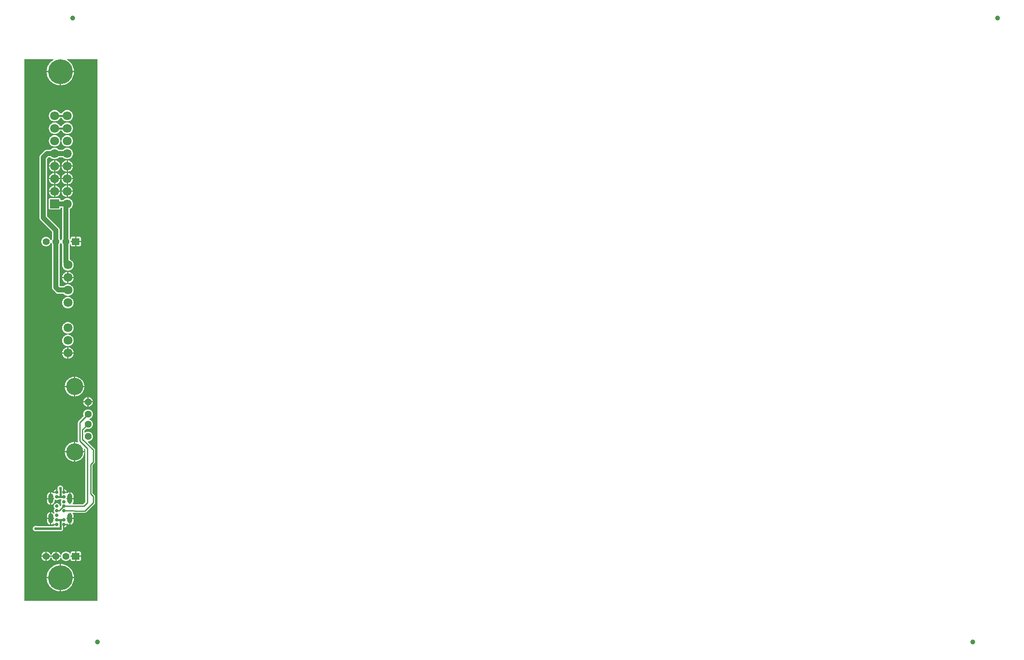
<source format=gbl>
G04 Layer: BottomLayer*
G04 Panelize: Stamp Hole, Column: 10, Row: 1, Board Size: 15.24mm x 109.86mm, Panelized Board Size: 206.4mm x 109.86mm*
G04 EasyEDA v6.5.34, 2023-08-21 18:11:39*
G04 2c7568c33adc46e786736174184ee4b8,5a6b42c53f6a479593ecc07194224c93,10*
G04 Gerber Generator version 0.2*
G04 Scale: 100 percent, Rotated: No, Reflected: No *
G04 Dimensions in millimeters *
G04 leading zeros omitted , absolute positions ,4 integer and 5 decimal *
%FSLAX45Y45*%
%MOMM*%

%AMMACRO1*21,1,$1,$2,0,0,$3*%
%ADD10C,0.3860*%
%ADD11C,0.2540*%
%ADD12C,1.0000*%
%ADD13C,0.5000*%
%ADD14MACRO1,1.8X1.8X90.0000*%
%ADD15C,1.8000*%
%ADD16C,1.4310*%
%ADD17C,3.4501*%
%ADD18C,1.4000*%
%ADD19R,1.5240X1.4000*%
%ADD20O,0.6999986X0.6999986*%
%ADD21O,0.9999979999999999X1.9999959999999999*%
%ADD22C,5.0000*%
%ADD23C,0.6096*%
%ADD24C,0.0190*%

%LPD*%
G36*
X-217932Y-4419092D02*
G01*
X-221843Y-4418330D01*
X-225094Y-4416094D01*
X-227329Y-4412843D01*
X-228092Y-4408932D01*
X-228092Y6504431D01*
X-227329Y6508343D01*
X-225094Y6511594D01*
X-221843Y6513830D01*
X-217932Y6514592D01*
X345490Y6514592D01*
X349707Y6513677D01*
X353161Y6511086D01*
X355244Y6507276D01*
X355549Y6502958D01*
X353974Y6498894D01*
X350926Y6495846D01*
X337820Y6487566D01*
X319430Y6473596D01*
X302260Y6458102D01*
X286461Y6441287D01*
X272084Y6423152D01*
X259283Y6403898D01*
X248158Y6383680D01*
X238760Y6362547D01*
X231190Y6340754D01*
X225450Y6318351D01*
X221589Y6295593D01*
X219760Y6273698D01*
X482600Y6273698D01*
X482600Y6504431D01*
X483362Y6508343D01*
X485597Y6511594D01*
X488848Y6513830D01*
X492759Y6514592D01*
X497840Y6514592D01*
X501751Y6513830D01*
X505002Y6511594D01*
X507238Y6508343D01*
X508000Y6504431D01*
X508000Y6273698D01*
X770686Y6273698D01*
X770229Y6284061D01*
X767334Y6307023D01*
X762508Y6329629D01*
X755853Y6351727D01*
X747369Y6373215D01*
X737057Y6393891D01*
X725119Y6413703D01*
X711504Y6432346D01*
X696417Y6449872D01*
X679907Y6466027D01*
X662127Y6480759D01*
X643128Y6493967D01*
X640232Y6495643D01*
X636981Y6498590D01*
X635304Y6502654D01*
X635457Y6507073D01*
X637489Y6510985D01*
X640994Y6513626D01*
X645312Y6514592D01*
X1233932Y6514592D01*
X1237843Y6513830D01*
X1241094Y6511594D01*
X1243330Y6508343D01*
X1244092Y6504431D01*
X1244092Y-4408932D01*
X1243330Y-4412843D01*
X1241094Y-4416094D01*
X1237843Y-4418330D01*
X1233932Y-4419092D01*
G37*

%LPC*%
G36*
X635000Y469239D02*
G01*
X635000Y571500D01*
X532587Y571500D01*
X532739Y569671D01*
X535432Y555396D01*
X539953Y541528D01*
X546150Y528370D01*
X553923Y516077D01*
X563219Y504850D01*
X573836Y494893D01*
X585622Y486359D01*
X598373Y479348D01*
X611886Y473964D01*
X626008Y470357D01*
G37*
G36*
X482600Y-4225086D02*
G01*
X482600Y-3962400D01*
X219760Y-3962400D01*
X221589Y-3984294D01*
X225450Y-4007053D01*
X231190Y-4029456D01*
X238760Y-4051249D01*
X248158Y-4072382D01*
X259283Y-4092600D01*
X272084Y-4111853D01*
X286461Y-4129989D01*
X302260Y-4146804D01*
X319430Y-4162298D01*
X337820Y-4176268D01*
X357327Y-4188612D01*
X377850Y-4199331D01*
X399135Y-4208272D01*
X421081Y-4215434D01*
X443585Y-4220718D01*
X466445Y-4224070D01*
G37*
G36*
X508000Y-3937000D02*
G01*
X770686Y-3937000D01*
X770229Y-3926636D01*
X767334Y-3903675D01*
X762508Y-3881069D01*
X755853Y-3858971D01*
X747369Y-3837482D01*
X737057Y-3816807D01*
X725119Y-3796995D01*
X711504Y-3778351D01*
X696417Y-3760825D01*
X679907Y-3744671D01*
X662127Y-3729939D01*
X643128Y-3716731D01*
X623112Y-3705199D01*
X602234Y-3695344D01*
X580542Y-3687318D01*
X558292Y-3681069D01*
X535584Y-3676751D01*
X512622Y-3674364D01*
X508000Y-3674262D01*
G37*
G36*
X219760Y-3937000D02*
G01*
X482600Y-3937000D01*
X482600Y-3674313D01*
X466445Y-3675329D01*
X443585Y-3678682D01*
X421081Y-3683965D01*
X399135Y-3691128D01*
X377850Y-3700068D01*
X357327Y-3710787D01*
X337820Y-3723132D01*
X319430Y-3737101D01*
X302260Y-3752596D01*
X286461Y-3769410D01*
X272084Y-3787546D01*
X259283Y-3806799D01*
X248158Y-3827018D01*
X238760Y-3848150D01*
X231190Y-3869944D01*
X225450Y-3892346D01*
X221589Y-3915105D01*
G37*
G36*
X820674Y-3613810D02*
G01*
X883615Y-3613810D01*
X889965Y-3613099D01*
X895400Y-3611168D01*
X900328Y-3608120D01*
X904392Y-3604006D01*
X907491Y-3599129D01*
X909370Y-3593642D01*
X910132Y-3587343D01*
X910132Y-3530600D01*
X820674Y-3530600D01*
G37*
G36*
X732383Y-3613810D02*
G01*
X795274Y-3613810D01*
X795274Y-3530600D01*
X713892Y-3530600D01*
X709980Y-3529837D01*
X706729Y-3527602D01*
X704494Y-3524300D01*
X703732Y-3520440D01*
X703732Y-3515360D01*
X704494Y-3511448D01*
X706729Y-3508146D01*
X709980Y-3505962D01*
X713892Y-3505200D01*
X795274Y-3505200D01*
X795274Y-3421989D01*
X732383Y-3421989D01*
X726033Y-3422700D01*
X720598Y-3424631D01*
X715670Y-3427679D01*
X711606Y-3431794D01*
X708507Y-3436670D01*
X706628Y-3442157D01*
X705916Y-3448456D01*
X705916Y-3458667D01*
X705002Y-3462832D01*
X702513Y-3466236D01*
X698804Y-3468370D01*
X694588Y-3468776D01*
X690575Y-3467404D01*
X687425Y-3464560D01*
X682396Y-3457397D01*
X673455Y-3447796D01*
X663295Y-3439566D01*
X652119Y-3432759D01*
X640130Y-3427526D01*
X627532Y-3424021D01*
X614527Y-3422243D01*
X601472Y-3422243D01*
X588467Y-3424021D01*
X575868Y-3427526D01*
X563880Y-3432759D01*
X552704Y-3439566D01*
X542544Y-3447796D01*
X533603Y-3457397D01*
X526084Y-3468065D01*
X520039Y-3479698D01*
X517550Y-3486658D01*
X515416Y-3490214D01*
X512064Y-3492601D01*
X508000Y-3493414D01*
X503935Y-3492601D01*
X500583Y-3490214D01*
X498449Y-3486658D01*
X495960Y-3479698D01*
X489915Y-3468065D01*
X482396Y-3457397D01*
X473456Y-3447796D01*
X463296Y-3439566D01*
X452120Y-3432759D01*
X440131Y-3427526D01*
X427532Y-3424021D01*
X420725Y-3423056D01*
X420725Y-3505200D01*
X502107Y-3505200D01*
X506018Y-3505962D01*
X509270Y-3508146D01*
X511505Y-3511448D01*
X512267Y-3515360D01*
X512267Y-3520440D01*
X511505Y-3524300D01*
X509270Y-3527602D01*
X506018Y-3529837D01*
X502107Y-3530600D01*
X420725Y-3530600D01*
X420725Y-3612692D01*
X427532Y-3611778D01*
X440131Y-3608222D01*
X452120Y-3603040D01*
X463296Y-3596233D01*
X473456Y-3587953D01*
X482396Y-3578402D01*
X489915Y-3567734D01*
X495960Y-3556101D01*
X498449Y-3549091D01*
X500583Y-3545586D01*
X503935Y-3543198D01*
X508000Y-3542334D01*
X512064Y-3543198D01*
X515416Y-3545586D01*
X517550Y-3549091D01*
X520039Y-3556101D01*
X526084Y-3567734D01*
X533603Y-3578402D01*
X542544Y-3587953D01*
X552704Y-3596233D01*
X563880Y-3603040D01*
X575868Y-3608222D01*
X588467Y-3611778D01*
X601472Y-3613556D01*
X614527Y-3613556D01*
X627532Y-3611778D01*
X640130Y-3608222D01*
X652119Y-3603040D01*
X663295Y-3596233D01*
X673455Y-3587953D01*
X682396Y-3578402D01*
X687425Y-3571240D01*
X690575Y-3568344D01*
X694588Y-3567023D01*
X698804Y-3567429D01*
X702513Y-3569512D01*
X705002Y-3572967D01*
X705916Y-3577082D01*
X705916Y-3587343D01*
X706628Y-3593642D01*
X708507Y-3599129D01*
X711606Y-3604006D01*
X715670Y-3608120D01*
X720598Y-3611168D01*
X726033Y-3613099D01*
G37*
G36*
X482600Y5985611D02*
G01*
X482600Y6248298D01*
X219760Y6248298D01*
X221589Y6226403D01*
X225450Y6203645D01*
X231190Y6181242D01*
X238760Y6159449D01*
X248158Y6138316D01*
X259283Y6118098D01*
X272084Y6098844D01*
X286461Y6080709D01*
X302260Y6063894D01*
X319430Y6048400D01*
X337820Y6034430D01*
X357327Y6022086D01*
X377850Y6011367D01*
X399135Y6002426D01*
X421081Y5995263D01*
X443585Y5989980D01*
X466445Y5986627D01*
G37*
G36*
X195326Y-3612692D02*
G01*
X195326Y-3530600D01*
X112979Y-3530600D01*
X115671Y-3543757D01*
X120040Y-3556101D01*
X126085Y-3567734D01*
X133604Y-3578402D01*
X142544Y-3587953D01*
X152704Y-3596233D01*
X163880Y-3603040D01*
X175869Y-3608222D01*
X188468Y-3611778D01*
G37*
G36*
X220725Y-3612692D02*
G01*
X227533Y-3611778D01*
X240131Y-3608222D01*
X252120Y-3603040D01*
X263296Y-3596233D01*
X273456Y-3587953D01*
X282397Y-3578402D01*
X289915Y-3567734D01*
X295960Y-3556101D01*
X298450Y-3549091D01*
X300583Y-3545586D01*
X303936Y-3543198D01*
X308000Y-3542334D01*
X312064Y-3543198D01*
X315417Y-3545586D01*
X317550Y-3549091D01*
X320040Y-3556101D01*
X326085Y-3567734D01*
X333603Y-3578402D01*
X342544Y-3587953D01*
X352704Y-3596233D01*
X363880Y-3603040D01*
X375869Y-3608222D01*
X388467Y-3611778D01*
X395325Y-3612692D01*
X395325Y-3530600D01*
X220725Y-3530600D01*
G37*
G36*
X508000Y5985560D02*
G01*
X512622Y5985662D01*
X535584Y5988050D01*
X558292Y5992368D01*
X580542Y5998616D01*
X602234Y6006642D01*
X623112Y6016498D01*
X643128Y6028029D01*
X662127Y6041237D01*
X679907Y6055969D01*
X696417Y6072124D01*
X711504Y6089599D01*
X725119Y6108293D01*
X737057Y6128105D01*
X747369Y6148781D01*
X755853Y6170269D01*
X762508Y6192367D01*
X767334Y6214973D01*
X770229Y6237935D01*
X770686Y6248298D01*
X508000Y6248298D01*
G37*
G36*
X381000Y5256123D02*
G01*
X395528Y5257038D01*
X409803Y5259730D01*
X423672Y5264251D01*
X436829Y5270449D01*
X449122Y5278221D01*
X460349Y5287518D01*
X470306Y5298135D01*
X478840Y5309920D01*
X485241Y5321503D01*
X487476Y5324297D01*
X490575Y5326176D01*
X494131Y5326786D01*
X521868Y5326786D01*
X525424Y5326176D01*
X528523Y5324297D01*
X530758Y5321503D01*
X537159Y5309920D01*
X545693Y5298135D01*
X555650Y5287518D01*
X566877Y5278221D01*
X579170Y5270449D01*
X592328Y5264251D01*
X606196Y5259730D01*
X620471Y5257038D01*
X635000Y5256123D01*
X649528Y5257038D01*
X663803Y5259730D01*
X677672Y5264251D01*
X690829Y5270449D01*
X703122Y5278221D01*
X714349Y5287518D01*
X724306Y5298135D01*
X732840Y5309920D01*
X739851Y5322671D01*
X745236Y5336184D01*
X748842Y5350306D01*
X750671Y5364734D01*
X750671Y5379262D01*
X748842Y5393690D01*
X745236Y5407812D01*
X739851Y5421325D01*
X732840Y5434076D01*
X724306Y5445861D01*
X714349Y5456478D01*
X703122Y5465775D01*
X690829Y5473547D01*
X677672Y5479745D01*
X663803Y5484266D01*
X649528Y5486958D01*
X635000Y5487873D01*
X620471Y5486958D01*
X606196Y5484266D01*
X592328Y5479745D01*
X579170Y5473547D01*
X566877Y5465775D01*
X555650Y5456478D01*
X545693Y5445861D01*
X537159Y5434076D01*
X530758Y5422493D01*
X528523Y5419699D01*
X525424Y5417820D01*
X521868Y5417210D01*
X494131Y5417210D01*
X490575Y5417820D01*
X487476Y5419699D01*
X485241Y5422493D01*
X478840Y5434076D01*
X470306Y5445861D01*
X460349Y5456478D01*
X449122Y5465775D01*
X436829Y5473547D01*
X423672Y5479745D01*
X409803Y5484266D01*
X395528Y5486958D01*
X381000Y5487873D01*
X366471Y5486958D01*
X352196Y5484266D01*
X338328Y5479745D01*
X325170Y5473547D01*
X312877Y5465775D01*
X301650Y5456478D01*
X291693Y5445861D01*
X283159Y5434076D01*
X276148Y5421325D01*
X270764Y5407812D01*
X267157Y5393690D01*
X265328Y5379262D01*
X265328Y5364734D01*
X267157Y5350306D01*
X270764Y5336184D01*
X276148Y5322671D01*
X283159Y5309920D01*
X291693Y5298135D01*
X301650Y5287518D01*
X312877Y5278221D01*
X325170Y5270449D01*
X338328Y5264251D01*
X352196Y5259730D01*
X366471Y5257038D01*
G37*
G36*
X112979Y-3505200D02*
G01*
X195326Y-3505200D01*
X195326Y-3423056D01*
X188468Y-3424021D01*
X175869Y-3427526D01*
X163880Y-3432759D01*
X152704Y-3439566D01*
X142544Y-3447796D01*
X133604Y-3457397D01*
X126085Y-3468065D01*
X120040Y-3479698D01*
X115671Y-3492042D01*
G37*
G36*
X820674Y-3505200D02*
G01*
X910132Y-3505200D01*
X910132Y-3448456D01*
X909370Y-3442157D01*
X907491Y-3436670D01*
X904392Y-3431794D01*
X900328Y-3427679D01*
X895400Y-3424631D01*
X889965Y-3422700D01*
X883615Y-3421989D01*
X820674Y-3421989D01*
G37*
G36*
X220725Y-3505200D02*
G01*
X395325Y-3505200D01*
X395325Y-3423056D01*
X388467Y-3424021D01*
X375869Y-3427526D01*
X363880Y-3432759D01*
X352704Y-3439566D01*
X342544Y-3447796D01*
X333603Y-3457397D01*
X326085Y-3468065D01*
X320040Y-3479698D01*
X317550Y-3486658D01*
X315417Y-3490214D01*
X312064Y-3492601D01*
X308000Y-3493414D01*
X303936Y-3492601D01*
X300583Y-3490214D01*
X298450Y-3486658D01*
X295960Y-3479698D01*
X289915Y-3468065D01*
X282397Y-3457397D01*
X273456Y-3447796D01*
X263296Y-3439566D01*
X252120Y-3432759D01*
X240131Y-3427526D01*
X227533Y-3424021D01*
X220725Y-3423056D01*
G37*
G36*
X381000Y5002123D02*
G01*
X395528Y5003038D01*
X409803Y5005730D01*
X423672Y5010251D01*
X436829Y5016449D01*
X449122Y5024221D01*
X460349Y5033518D01*
X470306Y5044135D01*
X478840Y5055920D01*
X485241Y5067503D01*
X487476Y5070297D01*
X490575Y5072176D01*
X494131Y5072786D01*
X521868Y5072786D01*
X525424Y5072176D01*
X528523Y5070297D01*
X530758Y5067503D01*
X537159Y5055920D01*
X545693Y5044135D01*
X555650Y5033518D01*
X566877Y5024221D01*
X579170Y5016449D01*
X592328Y5010251D01*
X606196Y5005730D01*
X620471Y5003038D01*
X635000Y5002123D01*
X649528Y5003038D01*
X663803Y5005730D01*
X677672Y5010251D01*
X690829Y5016449D01*
X703122Y5024221D01*
X714349Y5033518D01*
X724306Y5044135D01*
X732840Y5055920D01*
X739851Y5068671D01*
X745236Y5082184D01*
X748842Y5096306D01*
X750671Y5110734D01*
X750671Y5125262D01*
X748842Y5139690D01*
X745236Y5153812D01*
X739851Y5167325D01*
X732840Y5180076D01*
X724306Y5191861D01*
X714349Y5202478D01*
X703122Y5211775D01*
X690829Y5219547D01*
X677672Y5225745D01*
X663803Y5230266D01*
X649528Y5232958D01*
X635000Y5233873D01*
X620471Y5232958D01*
X606196Y5230266D01*
X592328Y5225745D01*
X579170Y5219547D01*
X566877Y5211775D01*
X555650Y5202478D01*
X545693Y5191861D01*
X537159Y5180076D01*
X530758Y5168493D01*
X528523Y5165699D01*
X525424Y5163820D01*
X521868Y5163210D01*
X494131Y5163210D01*
X490575Y5163820D01*
X487476Y5165699D01*
X485241Y5168493D01*
X478840Y5180076D01*
X470306Y5191861D01*
X460349Y5202478D01*
X449122Y5211775D01*
X436829Y5219547D01*
X423672Y5225745D01*
X409803Y5230266D01*
X395528Y5232958D01*
X381000Y5233873D01*
X366471Y5232958D01*
X352196Y5230266D01*
X338328Y5225745D01*
X325170Y5219547D01*
X312877Y5211775D01*
X301650Y5202478D01*
X291693Y5191861D01*
X283159Y5180076D01*
X276148Y5167325D01*
X270764Y5153812D01*
X267157Y5139690D01*
X265328Y5125262D01*
X265328Y5110734D01*
X267157Y5096306D01*
X270764Y5082184D01*
X276148Y5068671D01*
X283159Y5055920D01*
X291693Y5044135D01*
X301650Y5033518D01*
X312877Y5024221D01*
X325170Y5016449D01*
X338328Y5010251D01*
X352196Y5005730D01*
X366471Y5003038D01*
G37*
G36*
X381000Y4748123D02*
G01*
X395528Y4749038D01*
X409803Y4751730D01*
X423672Y4756251D01*
X436829Y4762449D01*
X449122Y4770221D01*
X460349Y4779518D01*
X470306Y4790135D01*
X478840Y4801920D01*
X485851Y4814671D01*
X491235Y4828184D01*
X494842Y4842306D01*
X496671Y4856734D01*
X496671Y4871262D01*
X494842Y4885690D01*
X491235Y4899812D01*
X485851Y4913325D01*
X478840Y4926076D01*
X470306Y4937861D01*
X460349Y4948478D01*
X449122Y4957775D01*
X436829Y4965547D01*
X423672Y4971745D01*
X409803Y4976266D01*
X395528Y4978958D01*
X381000Y4979873D01*
X366471Y4978958D01*
X352196Y4976266D01*
X338328Y4971745D01*
X325170Y4965547D01*
X312877Y4957775D01*
X301650Y4948478D01*
X291693Y4937861D01*
X283159Y4926076D01*
X276148Y4913325D01*
X270764Y4899812D01*
X267157Y4885690D01*
X265328Y4871262D01*
X265328Y4856734D01*
X267157Y4842306D01*
X270764Y4828184D01*
X276148Y4814671D01*
X283159Y4801920D01*
X291693Y4790135D01*
X301650Y4779518D01*
X312877Y4770221D01*
X325170Y4762449D01*
X338328Y4756251D01*
X352196Y4751730D01*
X366471Y4749038D01*
G37*
G36*
X635000Y4748123D02*
G01*
X649528Y4749038D01*
X663803Y4751730D01*
X677672Y4756251D01*
X690829Y4762449D01*
X703122Y4770221D01*
X714349Y4779518D01*
X724306Y4790135D01*
X732840Y4801920D01*
X739851Y4814671D01*
X745236Y4828184D01*
X748842Y4842306D01*
X750671Y4856734D01*
X750671Y4871262D01*
X748842Y4885690D01*
X745236Y4899812D01*
X739851Y4913325D01*
X732840Y4926076D01*
X724306Y4937861D01*
X714349Y4948478D01*
X703122Y4957775D01*
X690829Y4965547D01*
X677672Y4971745D01*
X663803Y4976266D01*
X649528Y4978958D01*
X635000Y4979873D01*
X620471Y4978958D01*
X606196Y4976266D01*
X592328Y4971745D01*
X579170Y4965547D01*
X566877Y4957775D01*
X555650Y4948478D01*
X545693Y4937861D01*
X537159Y4926076D01*
X530148Y4913325D01*
X524764Y4899812D01*
X521157Y4885690D01*
X519328Y4871262D01*
X519328Y4856734D01*
X521157Y4842306D01*
X524764Y4828184D01*
X530148Y4814671D01*
X537159Y4801920D01*
X545693Y4790135D01*
X555650Y4779518D01*
X566877Y4770221D01*
X579170Y4762449D01*
X592328Y4756251D01*
X606196Y4751730D01*
X620471Y4749038D01*
G37*
G36*
X0Y-3015437D02*
G01*
X9804Y-3014573D01*
X19253Y-3012033D01*
X21590Y-3010966D01*
X25908Y-3010001D01*
X469392Y-3010001D01*
X473709Y-3010966D01*
X476046Y-3012033D01*
X485495Y-3014573D01*
X495300Y-3015437D01*
X505104Y-3014573D01*
X514553Y-3012033D01*
X523493Y-3007918D01*
X531520Y-3002280D01*
X538480Y-2995320D01*
X544118Y-2987294D01*
X548233Y-2978353D01*
X550773Y-2968904D01*
X551637Y-2959100D01*
X550773Y-2949295D01*
X551078Y-2945790D01*
X552602Y-2942590D01*
X552602Y-2890418D01*
X550672Y-2890418D01*
X546760Y-2889656D01*
X543509Y-2887421D01*
X541274Y-2884119D01*
X540512Y-2880258D01*
X540512Y-2875178D01*
X541274Y-2871266D01*
X543509Y-2867964D01*
X546760Y-2865780D01*
X550672Y-2865018D01*
X552602Y-2865018D01*
X552602Y-2853588D01*
X553364Y-2849676D01*
X555599Y-2846374D01*
X558850Y-2844190D01*
X562762Y-2843428D01*
X567842Y-2843428D01*
X571703Y-2844190D01*
X575005Y-2846374D01*
X577240Y-2849676D01*
X578002Y-2853588D01*
X578002Y-2865018D01*
X627684Y-2865018D01*
X630529Y-2862326D01*
X634187Y-2860903D01*
X638098Y-2860954D01*
X641705Y-2862529D01*
X650341Y-2868422D01*
X660552Y-2873349D01*
X671423Y-2876702D01*
X675589Y-2877312D01*
X675589Y-2765399D01*
X630732Y-2765399D01*
X627075Y-2764739D01*
X623925Y-2762758D01*
X621639Y-2759811D01*
X619150Y-2754731D01*
X618083Y-2750718D01*
X618693Y-2746705D01*
X620826Y-2743200D01*
X624179Y-2740863D01*
X628243Y-2739999D01*
X675589Y-2739999D01*
X675589Y-2648102D01*
X676402Y-2644140D01*
X678637Y-2640838D01*
X681990Y-2638653D01*
X685901Y-2637942D01*
X690981Y-2637993D01*
X694842Y-2638806D01*
X698093Y-2641041D01*
X700227Y-2644292D01*
X700989Y-2648153D01*
X700989Y-2739999D01*
X764184Y-2739999D01*
X764184Y-2703068D01*
X763320Y-2691384D01*
X760831Y-2680360D01*
X756666Y-2669794D01*
X750976Y-2659989D01*
X747318Y-2655366D01*
X745540Y-2652014D01*
X745134Y-2648254D01*
X746150Y-2644546D01*
X748436Y-2641549D01*
X751687Y-2639517D01*
X755396Y-2638856D01*
X989584Y-2642108D01*
X997610Y-2641396D01*
X1004874Y-2639314D01*
X1011529Y-2635859D01*
X1018286Y-2630424D01*
X1182624Y-2466035D01*
X1187754Y-2459837D01*
X1191310Y-2453132D01*
X1193495Y-2445918D01*
X1194308Y-2437892D01*
X1194308Y-2311908D01*
X1193495Y-2303881D01*
X1191310Y-2296668D01*
X1187754Y-2289962D01*
X1182624Y-2283764D01*
X1146505Y-2247595D01*
X1144270Y-2244293D01*
X1143508Y-2240381D01*
X1143508Y-1683918D01*
X1144270Y-1680006D01*
X1146505Y-1676704D01*
X1182624Y-1640535D01*
X1187754Y-1634337D01*
X1191310Y-1627632D01*
X1193495Y-1620418D01*
X1194308Y-1612392D01*
X1194308Y-1372108D01*
X1193495Y-1364081D01*
X1191310Y-1356868D01*
X1187754Y-1350162D01*
X1182624Y-1343964D01*
X1054760Y-1216050D01*
X1052626Y-1212900D01*
X1051814Y-1209090D01*
X1052423Y-1205331D01*
X1054455Y-1202029D01*
X1057554Y-1199743D01*
X1061262Y-1198727D01*
X1067358Y-1198321D01*
X1080363Y-1195628D01*
X1092911Y-1191158D01*
X1104747Y-1185062D01*
X1115568Y-1177391D01*
X1125321Y-1168298D01*
X1133703Y-1157986D01*
X1140612Y-1146606D01*
X1145895Y-1134414D01*
X1149502Y-1121613D01*
X1151331Y-1108456D01*
X1151331Y-1095146D01*
X1149502Y-1081989D01*
X1145895Y-1069187D01*
X1140612Y-1056995D01*
X1133703Y-1045616D01*
X1125321Y-1035303D01*
X1115568Y-1026210D01*
X1104747Y-1018540D01*
X1092911Y-1012444D01*
X1080363Y-1007973D01*
X1067358Y-1005281D01*
X1054100Y-1004366D01*
X1040841Y-1005281D01*
X1027836Y-1007973D01*
X1015288Y-1012444D01*
X1003452Y-1018540D01*
X994410Y-1024940D01*
X990346Y-1026617D01*
X985977Y-1026464D01*
X982065Y-1024432D01*
X979373Y-1020927D01*
X978408Y-1016660D01*
X978408Y-986434D01*
X979169Y-982522D01*
X981405Y-979220D01*
X1013815Y-946810D01*
X1016965Y-944676D01*
X1020622Y-943864D01*
X1024382Y-944422D01*
X1027836Y-945642D01*
X1040841Y-948334D01*
X1054100Y-949248D01*
X1067358Y-948334D01*
X1080363Y-945642D01*
X1092911Y-941171D01*
X1104747Y-935075D01*
X1115568Y-927404D01*
X1125321Y-918311D01*
X1133703Y-907999D01*
X1140612Y-896619D01*
X1145895Y-884428D01*
X1149502Y-871626D01*
X1151331Y-858469D01*
X1151331Y-845159D01*
X1149502Y-832002D01*
X1145895Y-819200D01*
X1140612Y-807008D01*
X1133703Y-795629D01*
X1125321Y-785317D01*
X1115568Y-776224D01*
X1104747Y-768553D01*
X1092911Y-762457D01*
X1089964Y-761390D01*
X1086408Y-759256D01*
X1084021Y-755853D01*
X1083208Y-751840D01*
X1084021Y-747776D01*
X1086408Y-744372D01*
X1089964Y-742238D01*
X1092911Y-741172D01*
X1104747Y-735076D01*
X1115568Y-727405D01*
X1125321Y-718312D01*
X1133703Y-707999D01*
X1140612Y-696620D01*
X1145895Y-684428D01*
X1149502Y-671626D01*
X1151331Y-658469D01*
X1151331Y-645160D01*
X1149502Y-632002D01*
X1145895Y-619201D01*
X1140612Y-607009D01*
X1133703Y-595630D01*
X1125321Y-585317D01*
X1115568Y-576224D01*
X1104747Y-568553D01*
X1092911Y-562457D01*
X1080363Y-557987D01*
X1067358Y-555294D01*
X1054100Y-554380D01*
X1040841Y-555294D01*
X1027836Y-557987D01*
X1015288Y-562457D01*
X1003452Y-568553D01*
X992632Y-576224D01*
X982878Y-585317D01*
X974496Y-595630D01*
X967587Y-607009D01*
X962304Y-619201D01*
X958697Y-632002D01*
X956868Y-645160D01*
X956868Y-658469D01*
X958697Y-671626D01*
X961694Y-682244D01*
X961999Y-685800D01*
X961136Y-689254D01*
X959103Y-692200D01*
X862076Y-789228D01*
X856945Y-795426D01*
X853389Y-802132D01*
X851204Y-809345D01*
X850392Y-817372D01*
X850392Y-1193292D01*
X851204Y-1201318D01*
X852627Y-1206093D01*
X852982Y-1210310D01*
X851560Y-1214323D01*
X848614Y-1217422D01*
X844702Y-1219047D01*
X840435Y-1218895D01*
X821791Y-1214221D01*
X802538Y-1211376D01*
X795832Y-1211021D01*
X795832Y-1396136D01*
X980897Y-1396136D01*
X980541Y-1389380D01*
X977696Y-1370126D01*
X975563Y-1361694D01*
X975461Y-1357325D01*
X977188Y-1353312D01*
X980440Y-1350365D01*
X984605Y-1349095D01*
X988923Y-1349654D01*
X992632Y-1352042D01*
X999794Y-1359204D01*
X1002030Y-1362506D01*
X1002792Y-1366418D01*
X1002792Y-2418181D01*
X1002030Y-2422093D01*
X999794Y-2425395D01*
X959053Y-2466136D01*
X955751Y-2468372D01*
X951839Y-2469134D01*
X753211Y-2469134D01*
X749503Y-2468422D01*
X746302Y-2466441D01*
X744067Y-2463393D01*
X743102Y-2459736D01*
X743508Y-2455976D01*
X745286Y-2452624D01*
X750976Y-2445461D01*
X756666Y-2435656D01*
X760831Y-2425090D01*
X763320Y-2414016D01*
X764184Y-2402332D01*
X764184Y-2365400D01*
X700989Y-2365400D01*
X700989Y-2458974D01*
X700227Y-2462885D01*
X698042Y-2466136D01*
X694740Y-2468372D01*
X690829Y-2469134D01*
X685749Y-2469134D01*
X681888Y-2468372D01*
X678586Y-2466136D01*
X676351Y-2462885D01*
X675589Y-2458974D01*
X675589Y-2365400D01*
X628192Y-2365400D01*
X624179Y-2364587D01*
X620826Y-2362250D01*
X618642Y-2358745D01*
X618083Y-2354681D01*
X619099Y-2350719D01*
X621639Y-2345639D01*
X623925Y-2342642D01*
X627075Y-2340711D01*
X630732Y-2340000D01*
X675589Y-2340000D01*
X675589Y-2228088D01*
X671423Y-2228748D01*
X660552Y-2232101D01*
X650341Y-2236978D01*
X641705Y-2242921D01*
X638098Y-2244445D01*
X634187Y-2244496D01*
X630529Y-2243124D01*
X627684Y-2240432D01*
X578002Y-2240432D01*
X578002Y-2251811D01*
X577240Y-2255723D01*
X575005Y-2259025D01*
X571703Y-2261209D01*
X567842Y-2261971D01*
X562762Y-2261971D01*
X558850Y-2261209D01*
X555548Y-2259025D01*
X553364Y-2255723D01*
X552602Y-2251811D01*
X552602Y-2240432D01*
X550672Y-2240432D01*
X546760Y-2239619D01*
X543509Y-2237435D01*
X541274Y-2234133D01*
X540512Y-2230272D01*
X540512Y-2225192D01*
X541274Y-2221280D01*
X543509Y-2217978D01*
X546760Y-2215794D01*
X550672Y-2215032D01*
X552602Y-2215032D01*
X552602Y-2162860D01*
X551078Y-2159660D01*
X550773Y-2156104D01*
X551637Y-2146300D01*
X550773Y-2136495D01*
X548233Y-2127046D01*
X544118Y-2118106D01*
X538480Y-2110079D01*
X531520Y-2103120D01*
X523493Y-2097481D01*
X514553Y-2093366D01*
X505104Y-2090826D01*
X495300Y-2089962D01*
X485495Y-2090826D01*
X476046Y-2093366D01*
X467106Y-2097481D01*
X459079Y-2103120D01*
X452120Y-2110079D01*
X446481Y-2118106D01*
X442366Y-2127046D01*
X439826Y-2136495D01*
X438962Y-2146300D01*
X439826Y-2156104D01*
X439521Y-2159660D01*
X437997Y-2162860D01*
X437997Y-2215032D01*
X439928Y-2215032D01*
X443839Y-2215794D01*
X447090Y-2217978D01*
X449326Y-2221280D01*
X450088Y-2225192D01*
X450088Y-2230272D01*
X449326Y-2234133D01*
X447090Y-2237435D01*
X443839Y-2239619D01*
X439928Y-2240432D01*
X437997Y-2240432D01*
X437997Y-2251811D01*
X437235Y-2255723D01*
X435000Y-2259025D01*
X431749Y-2261209D01*
X427837Y-2261971D01*
X422757Y-2261971D01*
X418846Y-2261209D01*
X415594Y-2259025D01*
X413359Y-2255723D01*
X412597Y-2251811D01*
X412597Y-2240432D01*
X362915Y-2240432D01*
X360070Y-2243124D01*
X356412Y-2244496D01*
X352501Y-2244445D01*
X348894Y-2242921D01*
X340258Y-2236978D01*
X330047Y-2232101D01*
X319176Y-2228748D01*
X315010Y-2228088D01*
X315010Y-2340000D01*
X359867Y-2340000D01*
X363524Y-2340711D01*
X366674Y-2342642D01*
X368960Y-2345639D01*
X371500Y-2350719D01*
X372516Y-2354681D01*
X371906Y-2358745D01*
X369773Y-2362250D01*
X366420Y-2364587D01*
X362407Y-2365400D01*
X315010Y-2365400D01*
X315010Y-2477312D01*
X319176Y-2476703D01*
X330047Y-2473350D01*
X340258Y-2468422D01*
X349605Y-2462022D01*
X357936Y-2454300D01*
X364998Y-2445461D01*
X370687Y-2435656D01*
X374802Y-2425090D01*
X377342Y-2414016D01*
X378206Y-2402332D01*
X378206Y-2383180D01*
X379120Y-2378913D01*
X381762Y-2375458D01*
X385572Y-2373426D01*
X389890Y-2373122D01*
X393903Y-2374646D01*
X396341Y-2376220D01*
X405536Y-2380284D01*
X415290Y-2382723D01*
X425297Y-2383586D01*
X435305Y-2382723D01*
X445058Y-2380284D01*
X454253Y-2376220D01*
X466039Y-2368600D01*
X469696Y-2367889D01*
X506374Y-2367889D01*
X510793Y-2368905D01*
X514299Y-2371699D01*
X516280Y-2375763D01*
X516331Y-2380234D01*
X514350Y-2384399D01*
X509574Y-2393238D01*
X506272Y-2402738D01*
X504647Y-2412644D01*
X504647Y-2422702D01*
X506272Y-2432659D01*
X509574Y-2442159D01*
X514350Y-2450998D01*
X518566Y-2456434D01*
X520496Y-2460498D01*
X520496Y-2464917D01*
X518566Y-2468930D01*
X514350Y-2474417D01*
X509574Y-2483256D01*
X506272Y-2492756D01*
X505307Y-2498547D01*
X503885Y-2502357D01*
X501040Y-2505252D01*
X497332Y-2506827D01*
X493268Y-2506827D01*
X489559Y-2505252D01*
X486714Y-2502357D01*
X485292Y-2498547D01*
X484327Y-2492756D01*
X481025Y-2483256D01*
X476250Y-2474417D01*
X470103Y-2466492D01*
X462686Y-2459634D01*
X454253Y-2454148D01*
X445058Y-2450134D01*
X435305Y-2447645D01*
X425297Y-2446832D01*
X415290Y-2447645D01*
X405536Y-2450134D01*
X396341Y-2454148D01*
X387908Y-2459634D01*
X380492Y-2466492D01*
X374345Y-2474417D01*
X369570Y-2483256D01*
X366268Y-2492756D01*
X364642Y-2502662D01*
X364642Y-2512720D01*
X366268Y-2522626D01*
X369570Y-2532126D01*
X374345Y-2541016D01*
X378612Y-2546451D01*
X380492Y-2550464D01*
X380492Y-2554935D01*
X378612Y-2558948D01*
X374345Y-2564434D01*
X369570Y-2573274D01*
X366268Y-2582773D01*
X364642Y-2592679D01*
X364642Y-2602738D01*
X366268Y-2612644D01*
X369570Y-2622143D01*
X374345Y-2630982D01*
X378612Y-2636469D01*
X380492Y-2640482D01*
X380492Y-2644902D01*
X378612Y-2648966D01*
X375462Y-2652979D01*
X372719Y-2655417D01*
X369316Y-2656738D01*
X365658Y-2656738D01*
X362254Y-2655468D01*
X359511Y-2653080D01*
X357936Y-2651099D01*
X349605Y-2643378D01*
X340258Y-2636977D01*
X330047Y-2632100D01*
X319176Y-2628747D01*
X315010Y-2628087D01*
X315010Y-2739999D01*
X362356Y-2739999D01*
X366369Y-2740863D01*
X369773Y-2743200D01*
X371906Y-2746705D01*
X372516Y-2750718D01*
X371449Y-2754731D01*
X368909Y-2759811D01*
X366674Y-2762758D01*
X363524Y-2764739D01*
X359816Y-2765399D01*
X315010Y-2765399D01*
X315010Y-2877312D01*
X319176Y-2876702D01*
X330047Y-2873349D01*
X340258Y-2868422D01*
X348894Y-2862529D01*
X352501Y-2860954D01*
X356412Y-2860903D01*
X360070Y-2862326D01*
X362915Y-2865018D01*
X412597Y-2865018D01*
X412597Y-2853588D01*
X413359Y-2849676D01*
X415594Y-2846374D01*
X418896Y-2844190D01*
X422757Y-2843428D01*
X427837Y-2843428D01*
X431749Y-2844190D01*
X435000Y-2846374D01*
X437235Y-2849676D01*
X437997Y-2853588D01*
X437997Y-2865018D01*
X439928Y-2865018D01*
X443839Y-2865780D01*
X447090Y-2867964D01*
X449326Y-2871266D01*
X450088Y-2875178D01*
X450088Y-2880258D01*
X449326Y-2884119D01*
X447090Y-2887421D01*
X443839Y-2889656D01*
X439928Y-2890418D01*
X437997Y-2890418D01*
X437997Y-2898038D01*
X437235Y-2901899D01*
X435000Y-2905201D01*
X431749Y-2907436D01*
X427837Y-2908198D01*
X422757Y-2908198D01*
X418896Y-2907436D01*
X415594Y-2905201D01*
X413359Y-2901899D01*
X412597Y-2898038D01*
X412597Y-2890418D01*
X365912Y-2890418D01*
X366979Y-2894736D01*
X367538Y-2898546D01*
X366623Y-2902254D01*
X364388Y-2905404D01*
X361188Y-2907487D01*
X357378Y-2908198D01*
X25908Y-2908198D01*
X21590Y-2907233D01*
X19253Y-2906166D01*
X9804Y-2903626D01*
X0Y-2902762D01*
X-9804Y-2903626D01*
X-19253Y-2906166D01*
X-28194Y-2910281D01*
X-36220Y-2915920D01*
X-43180Y-2922879D01*
X-48818Y-2930906D01*
X-52933Y-2939846D01*
X-55473Y-2949295D01*
X-56337Y-2959100D01*
X-55473Y-2968904D01*
X-52933Y-2978353D01*
X-48818Y-2987294D01*
X-43180Y-2995320D01*
X-36220Y-3002280D01*
X-28194Y-3007918D01*
X-19253Y-3012033D01*
X-9804Y-3014573D01*
G37*
G36*
X647700Y4368698D02*
G01*
X749960Y4368698D01*
X748842Y4377690D01*
X745236Y4391812D01*
X739851Y4405325D01*
X732840Y4418076D01*
X724306Y4429861D01*
X714349Y4440478D01*
X703122Y4449775D01*
X690829Y4457547D01*
X677672Y4463745D01*
X663803Y4468266D01*
X649528Y4470958D01*
X647700Y4471111D01*
G37*
G36*
X578002Y-2937052D02*
G01*
X585063Y-2935274D01*
X594258Y-2931261D01*
X602691Y-2925775D01*
X610108Y-2918917D01*
X616254Y-2910992D01*
X621030Y-2902153D01*
X624332Y-2892653D01*
X624687Y-2890418D01*
X578002Y-2890418D01*
G37*
G36*
X393700Y4368698D02*
G01*
X495960Y4368698D01*
X494842Y4377690D01*
X491235Y4391812D01*
X485851Y4405325D01*
X478840Y4418076D01*
X470306Y4429861D01*
X460349Y4440478D01*
X449122Y4449775D01*
X436829Y4457547D01*
X423672Y4463745D01*
X409803Y4468266D01*
X395528Y4470958D01*
X393700Y4471111D01*
G37*
G36*
X266039Y4368698D02*
G01*
X368300Y4368698D01*
X368300Y4471111D01*
X366471Y4470958D01*
X352196Y4468266D01*
X338328Y4463745D01*
X325170Y4457547D01*
X312877Y4449775D01*
X301650Y4440478D01*
X291693Y4429861D01*
X283159Y4418076D01*
X276148Y4405325D01*
X270764Y4391812D01*
X267157Y4377690D01*
G37*
G36*
X700989Y-2877312D02*
G01*
X705205Y-2876702D01*
X716026Y-2873349D01*
X726236Y-2868422D01*
X735634Y-2862021D01*
X743915Y-2854299D01*
X750976Y-2845460D01*
X756666Y-2835656D01*
X760831Y-2825089D01*
X763320Y-2814015D01*
X764184Y-2802331D01*
X764184Y-2765399D01*
X700989Y-2765399D01*
G37*
G36*
X289610Y-2877312D02*
G01*
X289610Y-2765399D01*
X226415Y-2765399D01*
X226415Y-2802331D01*
X227279Y-2814015D01*
X229768Y-2825089D01*
X233934Y-2835656D01*
X239623Y-2845460D01*
X246684Y-2854299D01*
X254965Y-2862021D01*
X264363Y-2868422D01*
X274574Y-2873349D01*
X285394Y-2876702D01*
G37*
G36*
X520039Y4368698D02*
G01*
X622300Y4368698D01*
X622300Y4471111D01*
X620471Y4470958D01*
X606196Y4468266D01*
X592328Y4463745D01*
X579170Y4457547D01*
X566877Y4449775D01*
X555650Y4440478D01*
X545693Y4429861D01*
X537159Y4418076D01*
X530148Y4405325D01*
X524764Y4391812D01*
X521157Y4377690D01*
G37*
G36*
X647700Y4240885D02*
G01*
X649528Y4241038D01*
X663803Y4243730D01*
X677672Y4248251D01*
X690829Y4254449D01*
X703122Y4262221D01*
X714349Y4271518D01*
X724306Y4282135D01*
X732840Y4293920D01*
X739851Y4306671D01*
X745236Y4320184D01*
X748842Y4334306D01*
X749960Y4343298D01*
X647700Y4343298D01*
G37*
G36*
X393700Y4240885D02*
G01*
X395528Y4241038D01*
X409803Y4243730D01*
X423672Y4248251D01*
X436829Y4254449D01*
X449122Y4262221D01*
X460349Y4271518D01*
X470306Y4282135D01*
X478840Y4293920D01*
X485851Y4306671D01*
X491235Y4320184D01*
X494842Y4334306D01*
X495960Y4343298D01*
X393700Y4343298D01*
G37*
G36*
X368300Y4240885D02*
G01*
X368300Y4343298D01*
X266039Y4343298D01*
X267157Y4334306D01*
X270764Y4320184D01*
X276148Y4306671D01*
X283159Y4293920D01*
X291693Y4282135D01*
X301650Y4271518D01*
X312877Y4262221D01*
X325170Y4254449D01*
X338328Y4248251D01*
X352196Y4243730D01*
X366471Y4241038D01*
G37*
G36*
X226415Y-2739999D02*
G01*
X289610Y-2739999D01*
X289610Y-2628087D01*
X285394Y-2628747D01*
X274574Y-2632100D01*
X264363Y-2636977D01*
X254965Y-2643378D01*
X246684Y-2651099D01*
X239623Y-2659989D01*
X233934Y-2669794D01*
X229768Y-2680360D01*
X227279Y-2691384D01*
X226415Y-2703068D01*
G37*
G36*
X622300Y4240885D02*
G01*
X622300Y4343298D01*
X520039Y4343298D01*
X521157Y4334306D01*
X524764Y4320184D01*
X530148Y4306671D01*
X537159Y4293920D01*
X545693Y4282135D01*
X555650Y4271518D01*
X566877Y4262221D01*
X579170Y4254449D01*
X592328Y4248251D01*
X606196Y4243730D01*
X620471Y4241038D01*
G37*
G36*
X647700Y4114698D02*
G01*
X749960Y4114698D01*
X748842Y4123690D01*
X745236Y4137812D01*
X739851Y4151325D01*
X732840Y4164076D01*
X724306Y4175861D01*
X714349Y4186478D01*
X703122Y4195775D01*
X690829Y4203547D01*
X677672Y4209745D01*
X663803Y4214266D01*
X649528Y4216958D01*
X647700Y4217111D01*
G37*
G36*
X393700Y4114698D02*
G01*
X495960Y4114698D01*
X494842Y4123690D01*
X491235Y4137812D01*
X485851Y4151325D01*
X478840Y4164076D01*
X470306Y4175861D01*
X460349Y4186478D01*
X449122Y4195775D01*
X436829Y4203547D01*
X423672Y4209745D01*
X409803Y4214266D01*
X395528Y4216958D01*
X393700Y4217111D01*
G37*
G36*
X266039Y4114698D02*
G01*
X368300Y4114698D01*
X368300Y4217111D01*
X366471Y4216958D01*
X352196Y4214266D01*
X338328Y4209745D01*
X325170Y4203547D01*
X312877Y4195775D01*
X301650Y4186478D01*
X291693Y4175861D01*
X283159Y4164076D01*
X276148Y4151325D01*
X270764Y4137812D01*
X267157Y4123690D01*
G37*
G36*
X289610Y-2477312D02*
G01*
X289610Y-2365400D01*
X226415Y-2365400D01*
X226415Y-2402332D01*
X227279Y-2414016D01*
X229768Y-2425090D01*
X233934Y-2435656D01*
X239623Y-2445461D01*
X246684Y-2454300D01*
X254965Y-2462022D01*
X264363Y-2468422D01*
X274574Y-2473350D01*
X285394Y-2476703D01*
G37*
G36*
X520039Y4114698D02*
G01*
X622300Y4114698D01*
X622300Y4217111D01*
X620471Y4216958D01*
X606196Y4214266D01*
X592328Y4209745D01*
X579170Y4203547D01*
X566877Y4195775D01*
X555650Y4186478D01*
X545693Y4175861D01*
X537159Y4164076D01*
X530148Y4151325D01*
X524764Y4137812D01*
X521157Y4123690D01*
G37*
G36*
X647700Y3986885D02*
G01*
X649528Y3987037D01*
X663803Y3989730D01*
X677672Y3994251D01*
X690829Y4000449D01*
X703122Y4008221D01*
X714349Y4017518D01*
X724306Y4028135D01*
X732840Y4039920D01*
X739851Y4052671D01*
X745236Y4066184D01*
X748842Y4080306D01*
X749960Y4089298D01*
X647700Y4089298D01*
G37*
G36*
X393700Y3986885D02*
G01*
X395528Y3987037D01*
X409803Y3989730D01*
X423672Y3994251D01*
X436829Y4000449D01*
X449122Y4008221D01*
X460349Y4017518D01*
X470306Y4028135D01*
X478840Y4039920D01*
X485851Y4052671D01*
X491235Y4066184D01*
X494842Y4080306D01*
X495960Y4089298D01*
X393700Y4089298D01*
G37*
G36*
X368300Y3986885D02*
G01*
X368300Y4089298D01*
X266039Y4089298D01*
X267157Y4080306D01*
X270764Y4066184D01*
X276148Y4052671D01*
X283159Y4039920D01*
X291693Y4028135D01*
X301650Y4017518D01*
X312877Y4008221D01*
X325170Y4000449D01*
X338328Y3994251D01*
X352196Y3989730D01*
X366471Y3987037D01*
G37*
G36*
X226415Y-2340000D02*
G01*
X289610Y-2340000D01*
X289610Y-2228088D01*
X285394Y-2228748D01*
X274574Y-2232101D01*
X264363Y-2236978D01*
X254965Y-2243378D01*
X246684Y-2251100D01*
X239623Y-2259990D01*
X233934Y-2269794D01*
X229768Y-2280361D01*
X227279Y-2291384D01*
X226415Y-2303068D01*
G37*
G36*
X700989Y-2340000D02*
G01*
X764184Y-2340000D01*
X764184Y-2303068D01*
X763320Y-2291384D01*
X760831Y-2280361D01*
X756666Y-2269794D01*
X750976Y-2259990D01*
X743915Y-2251100D01*
X735634Y-2243378D01*
X726236Y-2236978D01*
X716026Y-2232101D01*
X705205Y-2228748D01*
X700989Y-2228088D01*
G37*
G36*
X622300Y3986885D02*
G01*
X622300Y4089298D01*
X520039Y4089298D01*
X521157Y4080306D01*
X524764Y4066184D01*
X530148Y4052671D01*
X537159Y4039920D01*
X545693Y4028135D01*
X555650Y4017518D01*
X566877Y4008221D01*
X579170Y4000449D01*
X592328Y3994251D01*
X606196Y3989730D01*
X620471Y3987037D01*
G37*
G36*
X647700Y3860698D02*
G01*
X749960Y3860698D01*
X748842Y3869690D01*
X745236Y3883812D01*
X739851Y3897325D01*
X732840Y3910076D01*
X724306Y3921861D01*
X714349Y3932478D01*
X703122Y3941775D01*
X690829Y3949547D01*
X677672Y3955745D01*
X663803Y3960266D01*
X649528Y3962958D01*
X647700Y3963111D01*
G37*
G36*
X266039Y3860698D02*
G01*
X368300Y3860698D01*
X368300Y3963111D01*
X366471Y3962958D01*
X352196Y3960266D01*
X338328Y3955745D01*
X325170Y3949547D01*
X312877Y3941775D01*
X301650Y3932478D01*
X291693Y3921861D01*
X283159Y3910076D01*
X276148Y3897325D01*
X270764Y3883812D01*
X267157Y3869690D01*
G37*
G36*
X520039Y3860698D02*
G01*
X622300Y3860698D01*
X622300Y3963111D01*
X620471Y3962958D01*
X606196Y3960266D01*
X592328Y3955745D01*
X579170Y3949547D01*
X566877Y3941775D01*
X555650Y3932478D01*
X545693Y3921861D01*
X537159Y3910076D01*
X530148Y3897325D01*
X524764Y3883812D01*
X521157Y3869690D01*
G37*
G36*
X578002Y-2215032D02*
G01*
X624687Y-2215032D01*
X624332Y-2212746D01*
X621030Y-2203246D01*
X616254Y-2194407D01*
X610108Y-2186482D01*
X602691Y-2179675D01*
X594258Y-2174189D01*
X585063Y-2170125D01*
X578002Y-2168347D01*
G37*
G36*
X365912Y-2215032D02*
G01*
X412597Y-2215032D01*
X412597Y-2168347D01*
X405536Y-2170125D01*
X396341Y-2174189D01*
X387908Y-2179675D01*
X380492Y-2186482D01*
X374345Y-2194407D01*
X369570Y-2203246D01*
X366268Y-2212746D01*
G37*
G36*
X770432Y-1606600D02*
G01*
X770432Y-1421536D01*
X585317Y-1421536D01*
X585673Y-1428242D01*
X588518Y-1447495D01*
X593242Y-1466392D01*
X599795Y-1484731D01*
X608126Y-1502359D01*
X618134Y-1519021D01*
X629716Y-1534668D01*
X642823Y-1549095D01*
X657250Y-1562201D01*
X672896Y-1573784D01*
X689559Y-1583791D01*
X707186Y-1592122D01*
X725525Y-1598676D01*
X744423Y-1603400D01*
X763676Y-1606245D01*
G37*
G36*
X795832Y-1606600D02*
G01*
X802538Y-1606245D01*
X821791Y-1603400D01*
X840689Y-1598676D01*
X859028Y-1592122D01*
X876655Y-1583791D01*
X893318Y-1573784D01*
X908964Y-1562201D01*
X923391Y-1549095D01*
X936447Y-1534668D01*
X948080Y-1519021D01*
X958087Y-1502359D01*
X966419Y-1484731D01*
X972972Y-1466392D01*
X977696Y-1447495D01*
X980541Y-1428242D01*
X980897Y-1421536D01*
X795832Y-1421536D01*
G37*
G36*
X585317Y-1396136D02*
G01*
X770432Y-1396136D01*
X770432Y-1211021D01*
X763676Y-1211376D01*
X744423Y-1214221D01*
X725525Y-1218946D01*
X707186Y-1225499D01*
X689559Y-1233830D01*
X672896Y-1243838D01*
X657250Y-1255471D01*
X642823Y-1268526D01*
X629716Y-1282954D01*
X618134Y-1298600D01*
X608126Y-1315262D01*
X599795Y-1332890D01*
X593242Y-1351229D01*
X588518Y-1370126D01*
X585673Y-1389380D01*
G37*
G36*
X393700Y3860698D02*
G01*
X495960Y3860698D01*
X494842Y3869690D01*
X491235Y3883812D01*
X485851Y3897325D01*
X478840Y3910076D01*
X470306Y3921861D01*
X460349Y3932478D01*
X449122Y3941775D01*
X436829Y3949547D01*
X423672Y3955745D01*
X409803Y3960266D01*
X395528Y3962958D01*
X393700Y3963111D01*
G37*
G36*
X647700Y3732885D02*
G01*
X649528Y3733037D01*
X663803Y3735730D01*
X677672Y3740251D01*
X690829Y3746449D01*
X703122Y3754221D01*
X714349Y3763518D01*
X724306Y3774135D01*
X732840Y3785920D01*
X739851Y3798671D01*
X745236Y3812184D01*
X748842Y3826306D01*
X749960Y3835298D01*
X647700Y3835298D01*
G37*
G36*
X368300Y3732885D02*
G01*
X368300Y3835298D01*
X266039Y3835298D01*
X267157Y3826306D01*
X270764Y3812184D01*
X276148Y3798671D01*
X283159Y3785920D01*
X291693Y3774135D01*
X301650Y3763518D01*
X312877Y3754221D01*
X325170Y3746449D01*
X338328Y3740251D01*
X352196Y3735730D01*
X366471Y3733037D01*
G37*
G36*
X622300Y3732885D02*
G01*
X622300Y3835298D01*
X520039Y3835298D01*
X521157Y3826306D01*
X524764Y3812184D01*
X530148Y3798671D01*
X537159Y3785920D01*
X545693Y3774135D01*
X555650Y3763518D01*
X566877Y3754221D01*
X579170Y3746449D01*
X592328Y3740251D01*
X606196Y3735730D01*
X620471Y3733037D01*
G37*
G36*
X1041400Y-498348D02*
G01*
X1041400Y-414528D01*
X957732Y-414528D01*
X958697Y-421640D01*
X962304Y-434441D01*
X967587Y-446633D01*
X974496Y-458012D01*
X982878Y-468325D01*
X992632Y-477367D01*
X1003452Y-485038D01*
X1015288Y-491185D01*
X1027836Y-495604D01*
G37*
G36*
X1066800Y-498348D02*
G01*
X1080363Y-495604D01*
X1092911Y-491185D01*
X1104747Y-485038D01*
X1115568Y-477367D01*
X1125321Y-468325D01*
X1133703Y-458012D01*
X1140612Y-446633D01*
X1145895Y-434441D01*
X1149502Y-421640D01*
X1150467Y-414528D01*
X1066800Y-414528D01*
G37*
G36*
X1066800Y-389128D02*
G01*
X1150467Y-389128D01*
X1149502Y-381965D01*
X1145895Y-369163D01*
X1140612Y-356971D01*
X1133703Y-345592D01*
X1125321Y-335280D01*
X1115568Y-326237D01*
X1104747Y-318566D01*
X1092911Y-312420D01*
X1080363Y-308000D01*
X1066800Y-305257D01*
G37*
G36*
X957732Y-389128D02*
G01*
X1041400Y-389128D01*
X1041400Y-305257D01*
X1027836Y-308000D01*
X1015288Y-312420D01*
X1003452Y-318566D01*
X992632Y-326237D01*
X982878Y-335280D01*
X974496Y-345592D01*
X967587Y-356971D01*
X962304Y-369163D01*
X958697Y-381965D01*
G37*
G36*
X770432Y-292557D02*
G01*
X770432Y-107492D01*
X585317Y-107492D01*
X585673Y-114249D01*
X588518Y-133502D01*
X593242Y-152400D01*
X599795Y-170738D01*
X608126Y-188315D01*
X618134Y-205028D01*
X629716Y-220675D01*
X642823Y-235102D01*
X657250Y-248158D01*
X672896Y-259740D01*
X689559Y-269748D01*
X707186Y-278079D01*
X725525Y-284632D01*
X744423Y-289356D01*
X763676Y-292252D01*
G37*
G36*
X795832Y-292557D02*
G01*
X802538Y-292252D01*
X821791Y-289356D01*
X840689Y-284632D01*
X859028Y-278079D01*
X876655Y-269748D01*
X893318Y-259740D01*
X908964Y-248158D01*
X923391Y-235102D01*
X936447Y-220675D01*
X948080Y-205028D01*
X958087Y-188315D01*
X966419Y-170738D01*
X972972Y-152400D01*
X977696Y-133502D01*
X980541Y-114249D01*
X980897Y-107492D01*
X795832Y-107492D01*
G37*
G36*
X795832Y-82092D02*
G01*
X980897Y-82092D01*
X980541Y-75336D01*
X977696Y-56083D01*
X972972Y-37185D01*
X966419Y-18846D01*
X958087Y-1270D01*
X948080Y15443D01*
X936447Y31089D01*
X923391Y45516D01*
X908964Y58572D01*
X893318Y70154D01*
X876655Y80162D01*
X859028Y88493D01*
X840689Y95046D01*
X821791Y99771D01*
X802538Y102666D01*
X795832Y102971D01*
G37*
G36*
X585317Y-82092D02*
G01*
X770432Y-82092D01*
X770432Y102971D01*
X763676Y102666D01*
X744423Y99771D01*
X725525Y95046D01*
X707186Y88493D01*
X689559Y80162D01*
X672896Y70154D01*
X657250Y58572D01*
X642823Y45516D01*
X629716Y31089D01*
X618134Y15443D01*
X608126Y-1270D01*
X599795Y-18846D01*
X593242Y-37185D01*
X588518Y-56083D01*
X585673Y-75336D01*
G37*
G36*
X508000Y-4225137D02*
G01*
X512622Y-4225036D01*
X535584Y-4222648D01*
X558292Y-4218330D01*
X580542Y-4212082D01*
X602234Y-4204055D01*
X623112Y-4194200D01*
X643128Y-4182668D01*
X662127Y-4169460D01*
X679907Y-4154728D01*
X696417Y-4138574D01*
X711504Y-4121099D01*
X725119Y-4102404D01*
X737057Y-4082592D01*
X747369Y-4061917D01*
X755853Y-4040428D01*
X762508Y-4018330D01*
X767334Y-3995724D01*
X770229Y-3972763D01*
X770686Y-3962400D01*
X508000Y-3962400D01*
G37*
G36*
X660400Y469239D02*
G01*
X669391Y470357D01*
X683514Y473964D01*
X697026Y479348D01*
X709777Y486359D01*
X721563Y494893D01*
X732180Y504850D01*
X741476Y516077D01*
X749249Y528370D01*
X755446Y541528D01*
X759968Y555396D01*
X762660Y569671D01*
X762812Y571500D01*
X660400Y571500D01*
G37*
G36*
X660400Y596900D02*
G01*
X762812Y596900D01*
X762660Y598728D01*
X759968Y613003D01*
X755446Y626872D01*
X749249Y640029D01*
X741476Y652322D01*
X732180Y663549D01*
X721563Y673506D01*
X709777Y682040D01*
X697026Y689051D01*
X683514Y694436D01*
X669391Y698042D01*
X660400Y699160D01*
G37*
G36*
X532587Y596900D02*
G01*
X635000Y596900D01*
X635000Y699160D01*
X626008Y698042D01*
X611886Y694436D01*
X598373Y689051D01*
X585622Y682040D01*
X573836Y673506D01*
X563219Y663549D01*
X553923Y652322D01*
X546150Y640029D01*
X539953Y626872D01*
X535432Y613003D01*
X532739Y598728D01*
G37*
G36*
X640435Y722528D02*
G01*
X654964Y722528D01*
X669391Y724357D01*
X683514Y727964D01*
X697026Y733348D01*
X709777Y740359D01*
X721563Y748893D01*
X732180Y758850D01*
X741476Y770077D01*
X749249Y782370D01*
X755446Y795528D01*
X759968Y809396D01*
X762660Y823671D01*
X763574Y838200D01*
X762660Y852728D01*
X759968Y867003D01*
X755446Y880871D01*
X749249Y894029D01*
X741476Y906322D01*
X732180Y917549D01*
X721563Y927506D01*
X709777Y936040D01*
X697026Y943051D01*
X683514Y948436D01*
X669391Y952042D01*
X654964Y953871D01*
X640435Y953871D01*
X626008Y952042D01*
X611886Y948436D01*
X598373Y943051D01*
X585622Y936040D01*
X573836Y927506D01*
X563219Y917549D01*
X553923Y906322D01*
X546150Y894029D01*
X539953Y880871D01*
X535432Y867003D01*
X532739Y852728D01*
X531825Y838200D01*
X532739Y823671D01*
X535432Y809396D01*
X539953Y795528D01*
X546150Y782370D01*
X553923Y770077D01*
X563219Y758850D01*
X573836Y748893D01*
X585622Y740359D01*
X598373Y733348D01*
X611886Y727964D01*
X626008Y724357D01*
G37*
G36*
X640435Y976528D02*
G01*
X654964Y976528D01*
X669391Y978357D01*
X683514Y981964D01*
X697026Y987348D01*
X709777Y994359D01*
X721563Y1002893D01*
X732180Y1012850D01*
X741476Y1024077D01*
X749249Y1036370D01*
X755446Y1049528D01*
X759968Y1063396D01*
X762660Y1077671D01*
X763574Y1092200D01*
X762660Y1106728D01*
X759968Y1121003D01*
X755446Y1134872D01*
X749249Y1148029D01*
X741476Y1160322D01*
X732180Y1171549D01*
X721563Y1181506D01*
X709777Y1190040D01*
X697026Y1197051D01*
X683514Y1202436D01*
X669391Y1206042D01*
X654964Y1207871D01*
X640435Y1207871D01*
X626008Y1206042D01*
X611886Y1202436D01*
X598373Y1197051D01*
X585622Y1190040D01*
X573836Y1181506D01*
X563219Y1171549D01*
X553923Y1160322D01*
X546150Y1148029D01*
X539953Y1134872D01*
X535432Y1121003D01*
X532739Y1106728D01*
X531825Y1092200D01*
X532739Y1077671D01*
X535432Y1063396D01*
X539953Y1049528D01*
X546150Y1036370D01*
X553923Y1024077D01*
X563219Y1012850D01*
X573836Y1002893D01*
X585622Y994359D01*
X598373Y987348D01*
X611886Y981964D01*
X626008Y978357D01*
G37*
G36*
X640435Y1484528D02*
G01*
X654964Y1484528D01*
X669391Y1486357D01*
X683514Y1489964D01*
X697026Y1495348D01*
X709777Y1502359D01*
X721563Y1510893D01*
X732180Y1520850D01*
X741476Y1532077D01*
X749249Y1544370D01*
X755446Y1557528D01*
X759968Y1571396D01*
X762660Y1585671D01*
X763574Y1600200D01*
X762660Y1614728D01*
X759968Y1629003D01*
X755446Y1642872D01*
X749249Y1656029D01*
X741476Y1668322D01*
X732180Y1679549D01*
X721563Y1689506D01*
X709777Y1698040D01*
X697026Y1705051D01*
X683514Y1710436D01*
X669391Y1714042D01*
X654964Y1715871D01*
X640435Y1715871D01*
X626008Y1714042D01*
X611886Y1710436D01*
X598373Y1705051D01*
X585622Y1698040D01*
X573836Y1689506D01*
X563219Y1679549D01*
X553923Y1668322D01*
X546150Y1656029D01*
X539953Y1642872D01*
X535432Y1629003D01*
X532739Y1614728D01*
X531825Y1600200D01*
X532739Y1585671D01*
X535432Y1571396D01*
X539953Y1557528D01*
X546150Y1544370D01*
X553923Y1532077D01*
X563219Y1520850D01*
X573836Y1510893D01*
X585622Y1502359D01*
X598373Y1495348D01*
X611886Y1489964D01*
X626008Y1486357D01*
G37*
G36*
X640435Y1738528D02*
G01*
X654964Y1738528D01*
X669391Y1740357D01*
X683514Y1743964D01*
X697026Y1749348D01*
X709777Y1756359D01*
X721563Y1764893D01*
X732180Y1774850D01*
X741476Y1786077D01*
X749249Y1798370D01*
X755446Y1811528D01*
X759968Y1825396D01*
X762660Y1839671D01*
X763574Y1854200D01*
X762660Y1868728D01*
X759968Y1883003D01*
X755446Y1896872D01*
X749249Y1910029D01*
X741476Y1922322D01*
X732180Y1933549D01*
X721563Y1943506D01*
X709777Y1952040D01*
X697026Y1959051D01*
X683514Y1964436D01*
X669391Y1968042D01*
X654964Y1969871D01*
X640435Y1969871D01*
X626008Y1968042D01*
X611886Y1964436D01*
X598373Y1959051D01*
X585622Y1952040D01*
X573836Y1943506D01*
X562559Y1932889D01*
X559358Y1930806D01*
X555599Y1930095D01*
X493979Y1930095D01*
X490118Y1930857D01*
X486816Y1933092D01*
X484581Y1936394D01*
X483819Y1940255D01*
X483819Y2770428D01*
X484327Y2773476D01*
X485698Y2776270D01*
X489915Y2782265D01*
X495960Y2793898D01*
X498449Y2800858D01*
X500583Y2804414D01*
X503935Y2806801D01*
X508000Y2807614D01*
X512064Y2806801D01*
X515416Y2804414D01*
X517550Y2800858D01*
X520039Y2793898D01*
X526084Y2782265D01*
X530301Y2776270D01*
X531672Y2773476D01*
X532180Y2770428D01*
X532231Y2399182D01*
X533044Y2390444D01*
X533806Y2386482D01*
X533857Y2382570D01*
X532739Y2376728D01*
X531825Y2362200D01*
X532739Y2347671D01*
X535432Y2333396D01*
X539953Y2319528D01*
X546150Y2306370D01*
X553923Y2294077D01*
X563219Y2282850D01*
X573836Y2272893D01*
X585622Y2264359D01*
X598373Y2257348D01*
X611886Y2251964D01*
X626008Y2248357D01*
X640435Y2246528D01*
X654964Y2246528D01*
X669391Y2248357D01*
X683514Y2251964D01*
X697026Y2257348D01*
X709777Y2264359D01*
X721563Y2272893D01*
X732180Y2282850D01*
X741476Y2294077D01*
X749249Y2306370D01*
X755446Y2319528D01*
X759968Y2333396D01*
X762660Y2347671D01*
X763574Y2362200D01*
X762660Y2376728D01*
X759968Y2391003D01*
X755446Y2404872D01*
X749249Y2418029D01*
X741476Y2430322D01*
X732180Y2441549D01*
X721563Y2451506D01*
X709777Y2460040D01*
X697026Y2467051D01*
X690422Y2469692D01*
X687019Y2471877D01*
X684784Y2475179D01*
X683971Y2479141D01*
X683971Y2770632D01*
X684479Y2773730D01*
X685850Y2776474D01*
X687425Y2778760D01*
X690575Y2781604D01*
X694588Y2782976D01*
X698804Y2782570D01*
X702513Y2780487D01*
X705002Y2777032D01*
X705916Y2772867D01*
X705916Y2762656D01*
X706628Y2756357D01*
X708507Y2750870D01*
X711606Y2745994D01*
X715670Y2741879D01*
X720598Y2738831D01*
X726033Y2736900D01*
X732383Y2736189D01*
X795274Y2736189D01*
X795274Y2819400D01*
X713892Y2819400D01*
X709980Y2820162D01*
X706729Y2822397D01*
X704494Y2825648D01*
X703732Y2829560D01*
X703732Y2834640D01*
X704494Y2838551D01*
X706729Y2841802D01*
X709980Y2844038D01*
X713892Y2844800D01*
X795274Y2844800D01*
X795274Y2928010D01*
X732383Y2928010D01*
X726033Y2927299D01*
X720598Y2925368D01*
X715670Y2922320D01*
X711606Y2918206D01*
X708507Y2913329D01*
X706628Y2907842D01*
X705916Y2901543D01*
X705916Y2891332D01*
X705002Y2887167D01*
X702513Y2883712D01*
X698804Y2881630D01*
X694588Y2881223D01*
X690575Y2882595D01*
X687425Y2885440D01*
X685749Y2887827D01*
X684377Y2890570D01*
X683920Y2893669D01*
X683920Y3482746D01*
X684631Y3486505D01*
X686663Y3489706D01*
X703122Y3500221D01*
X714349Y3509518D01*
X724306Y3520135D01*
X732840Y3531920D01*
X739851Y3544671D01*
X745236Y3558184D01*
X748842Y3572306D01*
X750671Y3586734D01*
X750671Y3601262D01*
X748842Y3615690D01*
X745236Y3629812D01*
X739851Y3643325D01*
X732840Y3656076D01*
X724306Y3667861D01*
X714349Y3678478D01*
X703122Y3687775D01*
X690829Y3695547D01*
X677672Y3701745D01*
X663803Y3706266D01*
X649528Y3708958D01*
X635000Y3709873D01*
X620471Y3708958D01*
X606196Y3706266D01*
X592328Y3701745D01*
X579170Y3695547D01*
X566877Y3687775D01*
X555650Y3678478D01*
X550621Y3673094D01*
X547268Y3670757D01*
X543204Y3669893D01*
X507085Y3669893D01*
X503174Y3670655D01*
X499872Y3672890D01*
X497687Y3676192D01*
X496925Y3680053D01*
X496925Y3683406D01*
X496214Y3689756D01*
X494284Y3695192D01*
X491185Y3700119D01*
X487121Y3704183D01*
X482193Y3707282D01*
X476758Y3709212D01*
X470408Y3709924D01*
X291592Y3709924D01*
X285242Y3709212D01*
X279806Y3707282D01*
X274878Y3704183D01*
X270814Y3700119D01*
X267716Y3695192D01*
X265785Y3689756D01*
X265074Y3683406D01*
X265074Y3504590D01*
X265785Y3498240D01*
X267716Y3492804D01*
X270814Y3487877D01*
X274878Y3483813D01*
X279806Y3480714D01*
X285242Y3478784D01*
X291592Y3478072D01*
X470408Y3478072D01*
X476758Y3478784D01*
X482193Y3480714D01*
X487121Y3483813D01*
X491185Y3487877D01*
X494284Y3492804D01*
X496214Y3498240D01*
X496925Y3504590D01*
X496925Y3507943D01*
X497687Y3511804D01*
X499872Y3515106D01*
X503174Y3517341D01*
X507085Y3518103D01*
X521919Y3518103D01*
X525830Y3517341D01*
X529132Y3515106D01*
X531317Y3511804D01*
X532079Y3507943D01*
X532079Y2893669D01*
X531622Y2890570D01*
X530250Y2887827D01*
X526084Y2881934D01*
X520039Y2870301D01*
X517550Y2863342D01*
X515416Y2859786D01*
X512064Y2857398D01*
X508000Y2856585D01*
X503935Y2857398D01*
X500583Y2859786D01*
X498449Y2863342D01*
X495960Y2870301D01*
X489915Y2881934D01*
X485698Y2887929D01*
X484327Y2890723D01*
X483819Y2893771D01*
X483768Y3061817D01*
X482955Y3070656D01*
X482549Y3073095D01*
X480415Y3081731D01*
X479653Y3084068D01*
X476250Y3092297D01*
X475132Y3094482D01*
X470509Y3102102D01*
X463448Y3110941D01*
X231292Y3343148D01*
X229057Y3346450D01*
X228295Y3350361D01*
X228295Y4498238D01*
X229057Y4502150D01*
X231292Y4505452D01*
X257048Y4531207D01*
X260350Y4533442D01*
X264261Y4534204D01*
X289153Y4534204D01*
X293166Y4533341D01*
X296519Y4531004D01*
X301650Y4525518D01*
X312877Y4516221D01*
X325170Y4508449D01*
X338328Y4502251D01*
X352196Y4497730D01*
X366471Y4495038D01*
X381000Y4494123D01*
X395528Y4495038D01*
X409803Y4497730D01*
X423672Y4502251D01*
X436829Y4508449D01*
X449122Y4516221D01*
X460349Y4525518D01*
X465378Y4530902D01*
X468731Y4533239D01*
X472795Y4534103D01*
X543204Y4534103D01*
X547268Y4533239D01*
X550621Y4530902D01*
X555650Y4525518D01*
X566877Y4516221D01*
X579170Y4508449D01*
X592328Y4502251D01*
X606196Y4497730D01*
X620471Y4495038D01*
X635000Y4494123D01*
X649528Y4495038D01*
X663803Y4497730D01*
X677672Y4502251D01*
X690829Y4508449D01*
X703122Y4516221D01*
X714349Y4525518D01*
X724306Y4536135D01*
X732840Y4547920D01*
X739851Y4560671D01*
X745236Y4574184D01*
X748842Y4588306D01*
X750671Y4602734D01*
X750671Y4617262D01*
X748842Y4631690D01*
X745236Y4645812D01*
X739851Y4659325D01*
X732840Y4672076D01*
X724306Y4683861D01*
X714349Y4694478D01*
X703122Y4703775D01*
X690829Y4711547D01*
X677672Y4717745D01*
X663803Y4722266D01*
X649528Y4724958D01*
X635000Y4725873D01*
X620471Y4724958D01*
X606196Y4722266D01*
X592328Y4717745D01*
X579170Y4711547D01*
X566877Y4703775D01*
X555650Y4694478D01*
X550621Y4689094D01*
X547268Y4686757D01*
X543204Y4685893D01*
X472795Y4685893D01*
X468731Y4686757D01*
X465378Y4689094D01*
X460349Y4694478D01*
X449122Y4703775D01*
X436829Y4711547D01*
X423672Y4717745D01*
X409803Y4722266D01*
X395528Y4724958D01*
X381000Y4725873D01*
X366471Y4724958D01*
X352196Y4722266D01*
X338328Y4717745D01*
X325170Y4711547D01*
X312877Y4703775D01*
X301650Y4694478D01*
X296722Y4689195D01*
X293370Y4686858D01*
X289306Y4685995D01*
X225958Y4685944D01*
X217119Y4685131D01*
X214680Y4684725D01*
X206044Y4682591D01*
X203708Y4681829D01*
X195478Y4678426D01*
X193294Y4677308D01*
X185674Y4672685D01*
X176834Y4665624D01*
X96875Y4585665D01*
X89814Y4576826D01*
X85191Y4569206D01*
X84074Y4567021D01*
X80670Y4558792D01*
X79908Y4556455D01*
X77774Y4547819D01*
X77368Y4545380D01*
X76555Y4536541D01*
X76555Y3312058D01*
X77368Y3303219D01*
X77774Y3300780D01*
X79908Y3292144D01*
X80670Y3289808D01*
X84074Y3281578D01*
X85191Y3279394D01*
X89814Y3271774D01*
X96875Y3262934D01*
X329031Y3030728D01*
X331266Y3027426D01*
X332028Y3023514D01*
X332028Y2893568D01*
X331520Y2890469D01*
X330149Y2887726D01*
X326085Y2881934D01*
X320040Y2870301D01*
X317550Y2863342D01*
X315417Y2859786D01*
X312064Y2857398D01*
X308000Y2856585D01*
X303936Y2857398D01*
X300583Y2859786D01*
X298450Y2863342D01*
X295960Y2870301D01*
X289915Y2881934D01*
X282397Y2892602D01*
X273456Y2902153D01*
X263296Y2910433D01*
X252120Y2917240D01*
X240131Y2922422D01*
X227533Y2925978D01*
X214528Y2927756D01*
X201472Y2927756D01*
X188468Y2925978D01*
X175869Y2922422D01*
X163880Y2917240D01*
X152704Y2910433D01*
X142544Y2902153D01*
X133604Y2892602D01*
X126085Y2881934D01*
X120040Y2870301D01*
X115671Y2857957D01*
X113030Y2845155D01*
X112115Y2832100D01*
X113030Y2819044D01*
X115671Y2806242D01*
X120040Y2793898D01*
X126085Y2782265D01*
X133604Y2771597D01*
X142544Y2762046D01*
X152704Y2753766D01*
X163880Y2746959D01*
X175869Y2741726D01*
X188468Y2738221D01*
X201472Y2736443D01*
X214528Y2736443D01*
X227533Y2738221D01*
X240131Y2741726D01*
X252120Y2746959D01*
X263296Y2753766D01*
X273456Y2762046D01*
X282397Y2771597D01*
X289915Y2782265D01*
X295960Y2793898D01*
X298450Y2800858D01*
X300583Y2804414D01*
X303936Y2806801D01*
X308000Y2807614D01*
X312064Y2806801D01*
X315417Y2804414D01*
X317550Y2800858D01*
X320040Y2793898D01*
X326085Y2782265D01*
X330149Y2776474D01*
X331520Y2773730D01*
X332028Y2770632D01*
X332079Y1900834D01*
X332892Y1891995D01*
X333298Y1889556D01*
X335432Y1880920D01*
X336194Y1878584D01*
X339598Y1870354D01*
X340715Y1868170D01*
X345338Y1860550D01*
X352399Y1851710D01*
X405434Y1798675D01*
X414274Y1791614D01*
X421893Y1786991D01*
X424078Y1785874D01*
X432308Y1782470D01*
X434644Y1781708D01*
X443280Y1779574D01*
X445719Y1779168D01*
X454558Y1778355D01*
X555599Y1778304D01*
X559358Y1777593D01*
X562559Y1775510D01*
X573836Y1764893D01*
X585622Y1756359D01*
X598373Y1749348D01*
X611886Y1743964D01*
X626008Y1740357D01*
G37*
G36*
X393700Y3732885D02*
G01*
X395528Y3733037D01*
X409803Y3735730D01*
X423672Y3740251D01*
X436829Y3746449D01*
X449122Y3754221D01*
X460349Y3763518D01*
X470306Y3774135D01*
X478840Y3785920D01*
X485851Y3798671D01*
X491235Y3812184D01*
X494842Y3826306D01*
X495960Y3835298D01*
X393700Y3835298D01*
G37*
G36*
X660400Y1993239D02*
G01*
X669391Y1994357D01*
X683514Y1997964D01*
X697026Y2003348D01*
X709777Y2010359D01*
X721563Y2018893D01*
X732180Y2028850D01*
X741476Y2040077D01*
X749249Y2052370D01*
X755446Y2065528D01*
X759968Y2079396D01*
X762660Y2093671D01*
X762812Y2095500D01*
X660400Y2095500D01*
G37*
G36*
X635000Y1993239D02*
G01*
X635000Y2095500D01*
X532587Y2095500D01*
X532739Y2093671D01*
X535432Y2079396D01*
X539953Y2065528D01*
X546150Y2052370D01*
X553923Y2040077D01*
X563219Y2028850D01*
X573836Y2018893D01*
X585622Y2010359D01*
X598373Y2003348D01*
X611886Y1997964D01*
X626008Y1994357D01*
G37*
G36*
X660400Y2120900D02*
G01*
X762812Y2120900D01*
X762660Y2122728D01*
X759968Y2137003D01*
X755446Y2150872D01*
X749249Y2164029D01*
X741476Y2176322D01*
X732180Y2187549D01*
X721563Y2197506D01*
X709777Y2206040D01*
X697026Y2213051D01*
X683514Y2218436D01*
X669391Y2222042D01*
X660400Y2223160D01*
G37*
G36*
X532587Y2120900D02*
G01*
X635000Y2120900D01*
X635000Y2223160D01*
X626008Y2222042D01*
X611886Y2218436D01*
X598373Y2213051D01*
X585622Y2206040D01*
X573836Y2197506D01*
X563219Y2187549D01*
X553923Y2176322D01*
X546150Y2164029D01*
X539953Y2150872D01*
X535432Y2137003D01*
X532739Y2122728D01*
G37*
G36*
X820674Y2844800D02*
G01*
X910132Y2844800D01*
X910132Y2901543D01*
X909370Y2907842D01*
X907491Y2913329D01*
X904392Y2918206D01*
X900328Y2922320D01*
X895400Y2925368D01*
X889965Y2927299D01*
X883615Y2928010D01*
X820674Y2928010D01*
G37*
G36*
X820674Y2736189D02*
G01*
X883615Y2736189D01*
X889965Y2736900D01*
X895400Y2738831D01*
X900328Y2741879D01*
X904392Y2745994D01*
X907491Y2750870D01*
X909370Y2756357D01*
X910132Y2762656D01*
X910132Y2819400D01*
X820674Y2819400D01*
G37*

%LPD*%
D10*
X381000Y5117998D02*
G01*
X635000Y5117998D01*
X381000Y5371998D02*
G01*
X635000Y5371998D01*
D11*
X565404Y-2597657D02*
G01*
X990600Y-2603500D01*
X1155700Y-2438400D01*
X1155700Y-2311400D01*
X1104900Y-2260600D01*
X1104900Y-1663700D01*
X1155700Y-1612900D01*
X1155700Y-1371600D01*
X939800Y-1155700D01*
X939800Y-966215D01*
X1054100Y-851915D01*
X565404Y-2507742D02*
G01*
X972058Y-2507742D01*
X1041400Y-2438400D01*
X1041400Y-1346200D01*
X889000Y-1193800D01*
X889000Y-816863D01*
X1054100Y-651763D01*
D10*
X425297Y-2322703D02*
G01*
X565302Y-2322703D01*
X495300Y-2146300D02*
G01*
X495300Y-2322703D01*
X425297Y-2782722D02*
G01*
X565302Y-2782722D01*
X495300Y-2959100D02*
G01*
X495300Y-2782722D01*
D11*
X565302Y-2507716D02*
G01*
X475310Y-2597708D01*
X425297Y-2597708D01*
D12*
X407924Y2832100D02*
G01*
X407924Y3059176D01*
X152400Y3314700D01*
X152400Y4533900D01*
X228600Y4610100D01*
X381000Y4610100D01*
X381000Y4609998D02*
G01*
X635000Y4609998D01*
X635000Y3593998D02*
G01*
X381000Y3593998D01*
X607999Y2832100D02*
G01*
X607999Y3566998D01*
X635000Y3593998D01*
X647700Y2362200D02*
G01*
X608075Y2401823D01*
X608075Y2832100D01*
X407924Y2832100D02*
G01*
X407924Y1903476D01*
X457200Y1854200D01*
X647700Y1854200D01*
D13*
X495300Y-2959100D02*
G01*
X0Y-2959100D01*
D12*
G01*
X745998Y7340498D03*
G01*
X19385991Y7340498D03*
G01*
X1245997Y-5244998D03*
G01*
X18885992Y-5244998D03*
D14*
G01*
X381000Y3593990D03*
D15*
G01*
X635000Y3593998D03*
G01*
X381000Y3847998D03*
G01*
X635000Y3847998D03*
G01*
X381000Y4101998D03*
G01*
X635000Y4101998D03*
G01*
X381000Y4355998D03*
G01*
X635000Y4355998D03*
G01*
X381000Y4609998D03*
G01*
X635000Y4609998D03*
G01*
X381000Y4863998D03*
G01*
X635000Y4863998D03*
G01*
X381000Y5117998D03*
G01*
X635000Y5117998D03*
G01*
X381000Y5371998D03*
G01*
X635000Y5371998D03*
D16*
G01*
X1054100Y-1101801D03*
G01*
X1054100Y-851814D03*
G01*
X1054100Y-651814D03*
G01*
X1054100Y-401802D03*
D17*
G01*
X783107Y-1408811D03*
G01*
X783107Y-94792D03*
D18*
G01*
X208000Y-3517900D03*
G01*
X408000Y-3517900D03*
G01*
X607999Y-3517900D03*
D19*
G01*
X807999Y-3517900D03*
D18*
G01*
X208000Y2832100D03*
G01*
X408000Y2832100D03*
G01*
X607999Y2832100D03*
D19*
G01*
X807999Y2832100D03*
D20*
G01*
X565302Y-2877718D03*
G01*
X565302Y-2782722D03*
G01*
X565302Y-2597708D03*
G01*
X565302Y-2507716D03*
G01*
X565302Y-2417698D03*
G01*
X565302Y-2322703D03*
G01*
X565302Y-2227706D03*
G01*
X425297Y-2227706D03*
G01*
X425297Y-2322703D03*
G01*
X425297Y-2507716D03*
G01*
X425297Y-2597708D03*
G01*
X425297Y-2687701D03*
G01*
X425297Y-2782722D03*
G01*
X425297Y-2877718D03*
D21*
G01*
X302310Y-2352725D03*
G01*
X302310Y-2752725D03*
G01*
X688289Y-2352725D03*
G01*
X688289Y-2752725D03*
D22*
G01*
X495300Y6260998D03*
G01*
X495300Y-3949700D03*
D15*
G01*
X647700Y584200D03*
G01*
X647700Y838200D03*
G01*
X647700Y1092200D03*
G01*
X647700Y1600200D03*
G01*
X647700Y1854200D03*
G01*
X647700Y2108200D03*
G01*
X647700Y2362200D03*
D23*
G01*
X495300Y-2959100D03*
G01*
X0Y-2959100D03*
G01*
X495300Y-2146300D03*
M02*

</source>
